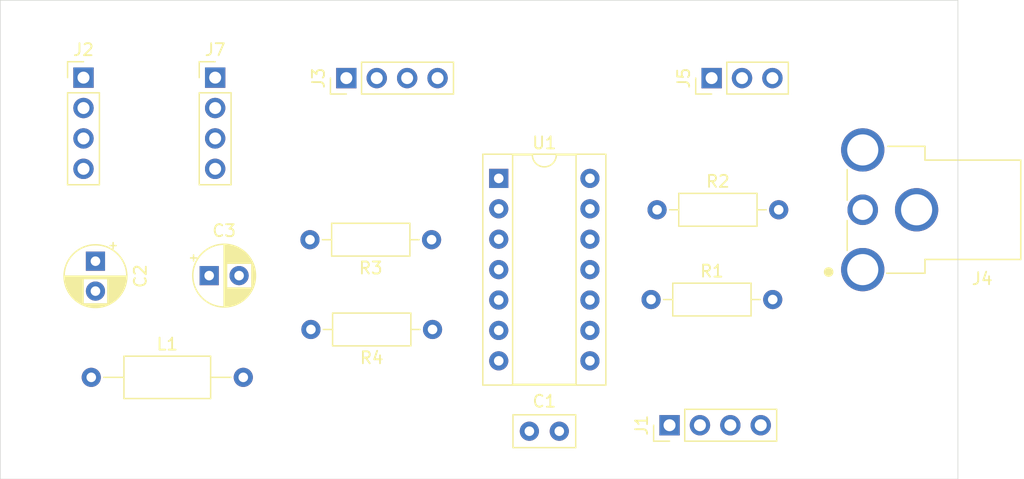
<source format=kicad_pcb>
(kicad_pcb (version 20240108) (generator "pcbnew") (generator_version "8.0")
  (layers (0 "F.Cu" signal) (31 "B.Cu" signal) (34 "B.Paste" user) (35 "F.Paste" user) (36 "B.SilkS" user "B.Silkscreen") (37 "F.SilkS" user "F.Silkscreen") (38 "B.Mask" user) (39 "F.Mask" user) (44 "Edge.Cuts" user))
  (net 0 "")
  (net 1 "+5V")
  (net 2 "GND")
  (net 3 "5V_IN")
  (net 4 "VIN")
  (net 5 "SIN")
  (net 6 "PCW_DAT")
  (net 7 "PCW_CLK")
  (net 8 "SOUT")
  (net 9 "VOUT")
  (net 10 "SEL1")
  (net 11 "COMP")
  (net 12 "Net-(U1-Pad1)")
  (net 13 "Net-(U1-Pad4)")
  (footprint "Capacitor_THT:CP_Radial_D5.0mm_P2.50mm" (layer "F.Cu") (at 32.45 37.5)
    (property "Reference" "C3" (at 1.25 -3.75 0) (layer "F.SilkS"))
    (property "Value" "1uF")
    (fp_line (start -1.554775 -1.475) (end -1.054775 -1.475) (stroke (width 0.12)) (layer "F.SilkS"))
    (fp_line (start -1.304775 -1.725) (end -1.304775 -1.225) (stroke (width 0.12)) (layer "F.SilkS"))
    (fp_line (start 1.25 -2.58) (end 1.25 2.58) (stroke (width 0.12)) (layer "F.SilkS"))
    (fp_line (start 1.29 -2.58) (end 1.29 2.58) (stroke (width 0.12)) (layer "F.SilkS"))
    (fp_line (start 1.33 -2.579) (end 1.33 2.579) (stroke (width 0.12)) (layer "F.SilkS"))
    (fp_line (start 1.37 -2.578) (end 1.37 2.578) (stroke (width 0.12)) (layer "F.SilkS"))
    (fp_line (start 1.41 -2.576) (end 1.41 2.576) (stroke (width 0.12)) (layer "F.SilkS"))
    (fp_line (start 1.45 -2.573) (end 1.45 2.573) (stroke (width 0.12)) (layer "F.SilkS"))
    (fp_line (start 1.49 -2.569) (end 1.49 -1.04) (stroke (width 0.12)) (layer "F.SilkS"))
    (fp_line (start 1.49 1.04) (end 1.49 2.569) (stroke (width 0.12)) (layer "F.SilkS"))
    (fp_line (start 1.53 -2.565) (end 1.53 -1.04) (stroke (width 0.12)) (layer "F.SilkS"))
    (fp_line (start 1.53 1.04) (end 1.53 2.565) (stroke (width 0.12)) (layer "F.SilkS"))
    (fp_line (start 1.57 -2.561) (end 1.57 -1.04) (stroke (width 0.12)) (layer "F.SilkS"))
    (fp_line (start 1.57 1.04) (end 1.57 2.561) (stroke (width 0.12)) (layer "F.SilkS"))
    (fp_line (start 1.61 -2.556) (end 1.61 -1.04) (stroke (width 0.12)) (layer "F.SilkS"))
    (fp_line (start 1.61 1.04) (end 1.61 2.556) (stroke (width 0.12)) (layer "F.SilkS"))
    (fp_line (start 1.65 -2.55) (end 1.65 -1.04) (stroke (width 0.12)) (layer "F.SilkS"))
    (fp_line (start 1.65 1.04) (end 1.65 2.55) (stroke (width 0.12)) (layer "F.SilkS"))
    (fp_line (start 1.69 -2.543) (end 1.69 -1.04) (stroke (width 0.12)) (layer "F.SilkS"))
    (fp_line (start 1.69 1.04) (end 1.69 2.543) (stroke (width 0.12)) (layer "F.SilkS"))
    (fp_line (start 1.73 -2.536) (end 1.73 -1.04) (stroke (width 0.12)) (layer "F.SilkS"))
    (fp_line (start 1.73 1.04) (end 1.73 2.536) (stroke (width 0.12)) (layer "F.SilkS"))
    (fp_line (start 1.77 -2.528) (end 1.77 -1.04) (stroke (width 0.12)) (layer "F.SilkS"))
    (fp_line (start 1.77 1.04) (end 1.77 2.528) (stroke (width 0.12)) (layer "F.SilkS"))
    (fp_line (start 1.81 -2.52) (end 1.81 -1.04) (stroke (width 0.12)) (layer "F.SilkS"))
    (fp_line (start 1.81 1.04) (end 1.81 2.52) (stroke (width 0.12)) (layer "F.SilkS"))
    (fp_line (start 1.85 -2.511) (end 1.85 -1.04) (stroke (width 0.12)) (layer "F.SilkS"))
    (fp_line (start 1.85 1.04) (end 1.85 2.511) (stroke (width 0.12)) (layer "F.SilkS"))
    (fp_line (start 1.89 -2.501) (end 1.89 -1.04) (stroke (width 0.12)) (layer "F.SilkS"))
    (fp_line (start 1.89 1.04) (end 1.89 2.501) (stroke (width 0.12)) (layer "F.SilkS"))
    (fp_line (start 1.93 -2.491) (end 1.93 -1.04) (stroke (width 0.12)) (layer "F.SilkS"))
    (fp_line (start 1.93 1.04) (end 1.93 2.491) (stroke (width 0.12)) (layer "F.SilkS"))
    (fp_line (start 1.971 -2.48) (end 1.971 -1.04) (stroke (width 0.12)) (layer "F.SilkS"))
    (fp_line (start 1.971 1.04) (end 1.971 2.48) (stroke (width 0.12)) (layer "F.SilkS"))
    (fp_line (start 2.011 -2.468) (end 2.011 -1.04) (stroke (width 0.12)) (layer "F.SilkS"))
    (fp_line (start 2.011 1.04) (end 2.011 2.468) (stroke (width 0.12)) (layer "F.SilkS"))
    (fp_line (start 2.051 -2.455) (end 2.051 -1.04) (stroke (width 0.12)) (layer "F.SilkS"))
    (fp_line (start 2.051 1.04) (end 2.051 2.455) (stroke (width 0.12)) (layer "F.SilkS"))
    (fp_line (start 2.091 -2.442) (end 2.091 -1.04) (stroke (width 0.12)) (layer "F.SilkS"))
    (fp_line (start 2.091 1.04) (end 2.091 2.442) (stroke (width 0.12)) (layer "F.SilkS"))
    (fp_line (start 2.131 -2.428) (end 2.131 -1.04) (stroke (width 0.12)) (layer "F.SilkS"))
    (fp_line (start 2.131 1.04) (end 2.131 2.428) (stroke (width 0.12)) (layer "F.SilkS"))
    (fp_line (start 2.171 -2.414) (end 2.171 -1.04) (stroke (width 0.12)) (layer "F.SilkS"))
    (fp_line (start 2.171 1.04) (end 2.171 2.414) (stroke (width 0.12)) (layer "F.SilkS"))
    (fp_line (start 2.211 -2.398) (end 2.211 -1.04) (stroke (width 0.12)) (layer "F.SilkS"))
    (fp_line (start 2.211 1.04) (end 2.211 2.398) (stroke (width 0.12)) (layer "F.SilkS"))
    (fp_line (start 2.251 -2.382) (end 2.251 -1.04) (stroke (width 0.12)) (layer "F.SilkS"))
    (fp_line (start 2.251 1.04) (end 2.251 2.382) (stroke (width 0.12)) (layer "F.SilkS"))
    (fp_line (start 2.291 -2.365) (end 2.291 -1.04) (stroke (width 0.12)) (layer "F.SilkS"))
    (fp_line (start 2.291 1.04) (end 2.291 2.365) (stroke (width 0.12)) (layer "F.SilkS"))
    (fp_line (start 2.331 -2.348) (end 2.331 -1.04) (stroke (width 0.12)) (layer "F.SilkS"))
    (fp_line (start 2.331 1.04) (end 2.331 2.348) (stroke (width 0.12)) (layer "F.SilkS"))
    (fp_line (start 2.371 -2.329) (end 2.371 -1.04) (stroke (width 0.12)) (layer "F.SilkS"))
    (fp_line (start 2.371 1.04) (end 2.371 2.329) (stroke (width 0.12)) (layer "F.SilkS"))
    (fp_line (start 2.411 -2.31) (end 2.411 -1.04) (stroke (width 0.12)) (layer "F.SilkS"))
    (fp_line (start 2.411 1.04) (end 2.411 2.31) (stroke (width 0.12)) (layer "F.SilkS"))
    (fp_line (start 2.451 -2.29) (end 2.451 -1.04) (stroke (width 0.12)) (layer "F.SilkS"))
    (fp_line (start 2.451 1.04) (end 2.451 2.29) (stroke (width 0.12)) (layer "F.SilkS"))
    (fp_line (start 2.491 -2.268) (end 2.491 -1.04) (stroke (width 0.12)) (layer "F.SilkS"))
    (fp_line (start 2.491 1.04) (end 2.491 2.268) (stroke (width 0.12)) (layer "F.SilkS"))
    (fp_line (start 2.531 -2.247) (end 2.531 -1.04) (stroke (width 0.12)) (layer "F.SilkS"))
    (fp_line (start 2.531 1.04) (end 2.531 2.247) (stroke (width 0.12)) (layer "F.SilkS"))
    (fp_line (start 2.571 -2.224) (end 2.571 -1.04) (stroke (width 0.12)) (layer "F.SilkS"))
    (fp_line (start 2.571 1.04) (end 2.571 2.224) (stroke (width 0.12)) (layer "F.SilkS"))
    (fp_line (start 2.611 -2.2) (end 2.611 -1.04) (stroke (width 0.12)) (layer "F.SilkS"))
    (fp_line (start 2.611 1.04) (end 2.611 2.2) (stroke (width 0.12)) (layer "F.SilkS"))
    (fp_line (start 2.651 -2.175) (end 2.651 -1.04) (stroke (width 0.12)) (layer "F.SilkS"))
    (fp_line (start 2.651 1.04) (end 2.651 2.175) (stroke (width 0.12)) (layer "F.SilkS"))
    (fp_line (start 2.691 -2.149) (end 2.691 -1.04) (stroke (width 0.12)) (layer "F.SilkS"))
    (fp_line (start 2.691 1.04) (end 2.691 2.149) (stroke (width 0.12)) (layer "F.SilkS"))
    (fp_line (start 2.731 -2.122) (end 2.731 -1.04) (stroke (width 0.12)) (layer "F.SilkS"))
    (fp_line (start 2.731 1.04) (end 2.731 2.122) (stroke (width 0.12)) (layer "F.SilkS"))
    (fp_line (start 2.771 -2.095) (end 2.771 -1.04) (stroke (width 0.12)) (layer "F.SilkS"))
    (fp_line (start 2.771 1.04) (end 2.771 2.095) (stroke (width 0.12)) (layer "F.SilkS"))
    (fp_line (start 2.811 -2.065) (end 2.811 -1.04) (stroke (width 0.12)) (layer "F.SilkS"))
    (fp_line (start 2.811 1.04) (end 2.811 2.065) (stroke (width 0.12)) (layer "F.SilkS"))
    (fp_line (start 2.851 -2.035) (end 2.851 -1.04) (stroke (width 0.12)) (layer "F.SilkS"))
    (fp_line (start 2.851 1.04) (end 2.851 2.035) (stroke (width 0.12)) (layer "F.SilkS"))
    (fp_line (start 2.891 -2.004) (end 2.891 -1.04) (stroke (width 0.12)) (layer "F.SilkS"))
    (fp_line (start 2.891 1.04) (end 2.891 2.004) (stroke (width 0.12)) (layer "F.SilkS"))
    (fp_line (start 2.931 -1.971) (end 2.931 -1.04) (stroke (width 0.12)) (layer "F.SilkS"))
    (fp_line (start 2.931 1.04) (end 2.931 1.971) (stroke (width 0.12)) (layer "F.SilkS"))
    (fp_line (start 2.971 -1.937) (end 2.971 -1.04) (stroke (width 0.12)) (layer "F.SilkS"))
    (fp_line (start 2.971 1.04) (end 2.971 1.937) (stroke (width 0.12)) (layer "F.SilkS"))
    (fp_line (start 3.011 -1.901) (end 3.011 -1.04) (stroke (width 0.12)) (layer "F.SilkS"))
    (fp_line (start 3.011 1.04) (end 3.011 1.901) (stroke (width 0.12)) (layer "F.SilkS"))
    (fp_line (start 3.051 -1.864) (end 3.051 -1.04) (stroke (width 0.12)) (layer "F.SilkS"))
    (fp_line (start 3.051 1.04) (end 3.051 1.864) (stroke (width 0.12)) (layer "F.SilkS"))
    (fp_line (start 3.091 -1.826) (end 3.091 -1.04) (stroke (width 0.12)) (layer "F.SilkS"))
    (fp_line (start 3.091 1.04) (end 3.091 1.826) (stroke (width 0.12)) (layer "F.SilkS"))
    (fp_line (start 3.131 -1.785) (end 3.131 -1.04) (stroke (width 0.12)) (layer "F.SilkS"))
    (fp_line (start 3.131 1.04) (end 3.131 1.785) (stroke (width 0.12)) (layer "F.SilkS"))
    (fp_line (start 3.171 -1.743) (end 3.171 -1.04) (stroke (width 0.12)) (layer "F.SilkS"))
    (fp_line (start 3.171 1.04) (end 3.171 1.743) (stroke (width 0.12)) (layer "F.SilkS"))
    (fp_line (start 3.211 -1.699) (end 3.211 -1.04) (stroke (width 0.12)) (layer "F.SilkS"))
    (fp_line (start 3.211 1.04) (end 3.211 1.699) (stroke (width 0.12)) (layer "F.SilkS"))
    (fp_line (start 3.251 -1.653) (end 3.251 -1.04) (stroke (width 0.12)) (layer "F.SilkS"))
    (fp_line (start 3.251 1.04) (end 3.251 1.653) (stroke (width 0.12)) (layer "F.SilkS"))
    (fp_line (start 3.291 -1.605) (end 3.291 -1.04) (stroke (width 0.12)) (layer "F.SilkS"))
    (fp_line (start 3.291 1.04) (end 3.291 1.605) (stroke (width 0.12)) (layer "F.SilkS"))
    (fp_line (start 3.331 -1.554) (end 3.331 -1.04) (stroke (width 0.12)) (layer "F.SilkS"))
    (fp_line (start 3.331 1.04) (end 3.331 1.554) (stroke (width 0.12)) (layer "F.SilkS"))
    (fp_line (start 3.371 -1.5) (end 3.371 -1.04) (stroke (width 0.12)) (layer "F.SilkS"))
    (fp_line (start 3.371 1.04) (end 3.371 1.5) (stroke (width 0.12)) (layer "F.SilkS"))
    (fp_line (start 3.411 -1.443) (end 3.411 -1.04) (stroke (width 0.12)) (layer "F.SilkS"))
    (fp_line (start 3.411 1.04) (end 3.411 1.443) (stroke (width 0.12)) (layer "F.SilkS"))
    (fp_line (start 3.451 -1.383) (end 3.451 -1.04) (stroke (width 0.12)) (layer "F.SilkS"))
    (fp_line (start 3.451 1.04) (end 3.451 1.383) (stroke (width 0.12)) (layer "F.SilkS"))
    (fp_line (start 3.491 -1.319) (end 3.491 -1.04) (stroke (width 0.12)) (layer "F.SilkS"))
    (fp_line (start 3.491 1.04) (end 3.491 1.319) (stroke (width 0.12)) (layer "F.SilkS"))
    (fp_line (start 3.531 -1.251) (end 3.531 -1.04) (stroke (width 0.12)) (layer "F.SilkS"))
    (fp_line (start 3.531 1.04) (end 3.531 1.251) (stroke (width 0.12)) (layer "F.SilkS"))
    (fp_line (start 3.571 -1.178) (end 3.571 1.178) (stroke (width 0.12)) (layer "F.SilkS"))
    (fp_line (start 3.611 -1.098) (end 3.611 1.098) (stroke (width 0.12)) (layer "F.SilkS"))
    (fp_line (start 3.651 -1.011) (end 3.651 1.011) (stroke (width 0.12)) (layer "F.SilkS"))
    (fp_line (start 3.691 -0.915) (end 3.691 0.915) (stroke (width 0.12)) (layer "F.SilkS"))
    (fp_line (start 3.731 -0.805) (end 3.731 0.805) (stroke (width 0.12)) (layer "F.SilkS"))
    (fp_line (start 3.771 -0.677) (end 3.771 0.677) (stroke (width 0.12)) (layer "F.SilkS"))
    (fp_line (start 3.811 -0.518) (end 3.811 0.518) (stroke (width 0.12)) (layer "F.SilkS"))
    (fp_line (start 3.851 -0.284) (end 3.851 0.284) (stroke (width 0.12)) (layer "F.SilkS"))
    (fp_circle (center 1.25 0) (end 3.87 0) (stroke (width 0.12)) (fill none) (layer "F.SilkS"))
    (pad "1" thru_hole rect (at 0 0) (size 1.6 1.6) (drill 0.8) (layers "*.Cu" "*.Mask") (net 1 "+5V"))
    (pad "2" thru_hole circle (at 2.5 0) (size 1.6 1.6) (drill 0.8) (layers "*.Cu" "*.Mask") (net 2 "GND"))
  )
  (footprint "Connector_PinHeader_2.54mm:PinHeader_1x03_P2.54mm_Vertical" (layer "F.Cu") (at 74.425 21 90)
    (property "Reference" "J5" (at 0 -2.33 90) (layer "F.SilkS"))
    (property "Value" "video config")
    (fp_line (start -1.33 -1.33) (end 0 -1.33) (stroke (width 0.12)) (layer "F.SilkS"))
    (fp_line (start -1.33 0) (end -1.33 -1.33) (stroke (width 0.12)) (layer "F.SilkS"))
    (fp_line (start 1.33 1.27) (end 1.33 6.41) (stroke (width 0.12)) (layer "F.SilkS"))
    (fp_line (start -1.33 1.27) (end 1.33 1.27) (stroke (width 0.12)) (layer "F.SilkS"))
    (fp_line (start -1.33 1.27) (end -1.33 6.41) (stroke (width 0.12)) (layer "F.SilkS"))
    (fp_line (start -1.33 6.41) (end 1.33 6.41) (stroke (width 0.12)) (layer "F.SilkS"))
    (pad "1" thru_hole rect (at 0 0 90) (size 1.7 1.7) (drill 1) (layers "*.Cu" "*.Mask") (net 1 "+5V"))
    (pad "2" thru_hole oval (at 0 2.54 90) (size 1.7 1.7) (drill 1) (layers "*.Cu" "*.Mask") (net 10 "SEL1"))
    (pad "3" thru_hole oval (at 0 5.08 90) (size 1.7 1.7) (drill 1) (layers "*.Cu" "*.Mask") (net 2 "GND"))
  )
  (footprint "Capacitor_THT:C_Disc_D5.0mm_W2.5mm_P2.50mm" (layer "F.Cu") (at 59.2 50.5)
    (property "Reference" "C1" (at 1.25 -2.5 0) (layer "F.SilkS"))
    (property "Value" "0.1uF")
    (fp_line (start -1.37 -1.37) (end -1.37 1.37) (stroke (width 0.12)) (layer "F.SilkS"))
    (fp_line (start -1.37 -1.37) (end 3.87 -1.37) (stroke (width 0.12)) (layer "F.SilkS"))
    (fp_line (start -1.37 1.37) (end 3.87 1.37) (stroke (width 0.12)) (layer "F.SilkS"))
    (fp_line (start 3.87 -1.37) (end 3.87 1.37) (stroke (width 0.12)) (layer "F.SilkS"))
    (pad "1" thru_hole circle (at 0 0) (size 1.6 1.6) (drill 0.8) (layers "*.Cu" "*.Mask") (net 1 "+5V"))
    (pad "2" thru_hole circle (at 2.5 0) (size 1.6 1.6) (drill 0.8) (layers "*.Cu" "*.Mask") (net 2 "GND"))
  )
  (footprint "Resistor_THT:R_Axial_DIN0207_L6.3mm_D2.5mm_P10.16mm_Horizontal" (layer "F.Cu") (at 51.03 34.5 180)
    (property "Reference" "R3" (at 5.08 -2.37 0) (layer "F.SilkS"))
    (property "Value" "470")
    (fp_line (start 9.12 0) (end 8.35 0) (stroke (width 0.12)) (layer "F.SilkS"))
    (fp_line (start 8.35 1.37) (end 8.35 -1.37) (stroke (width 0.12)) (layer "F.SilkS"))
    (fp_line (start 8.35 -1.37) (end 1.81 -1.37) (stroke (width 0.12)) (layer "F.SilkS"))
    (fp_line (start 1.81 1.37) (end 8.35 1.37) (stroke (width 0.12)) (layer "F.SilkS"))
    (fp_line (start 1.81 -1.37) (end 1.81 1.37) (stroke (width 0.12)) (layer "F.SilkS"))
    (fp_line (start 1.04 0) (end 1.81 0) (stroke (width 0.12)) (layer "F.SilkS"))
    (pad "1" thru_hole circle (at 0 0 180) (size 1.6 1.6) (drill 0.8) (layers "*.Cu" "*.Mask") (net 9 "VOUT"))
    (pad "2" thru_hole oval (at 10.16 0 180) (size 1.6 1.6) (drill 0.8) (layers "*.Cu" "*.Mask") (net 11 "COMP"))
  )
  (footprint "Resistor_THT:R_Axial_DIN0207_L6.3mm_D2.5mm_P10.16mm_Horizontal" (layer "F.Cu") (at 69.87 32)
    (property "Reference" "R2" (at 5.08 -2.37 0) (layer "F.SilkS"))
    (property "Value" "5.6k")
    (fp_line (start 1.04 0) (end 1.81 0) (stroke (width 0.12)) (layer "F.SilkS"))
    (fp_line (start 1.81 -1.37) (end 1.81 1.37) (stroke (width 0.12)) (layer "F.SilkS"))
    (fp_line (start 1.81 1.37) (end 8.35 1.37) (stroke (width 0.12)) (layer "F.SilkS"))
    (fp_line (start 8.35 -1.37) (end 1.81 -1.37) (stroke (width 0.12)) (layer "F.SilkS"))
    (fp_line (start 8.35 1.37) (end 8.35 -1.37) (stroke (width 0.12)) (layer "F.SilkS"))
    (fp_line (start 9.12 0) (end 8.35 0) (stroke (width 0.12)) (layer "F.SilkS"))
    (pad "1" thru_hole circle (at 0 0) (size 1.6 1.6) (drill 0.8) (layers "*.Cu" "*.Mask") (net 4 "VIN"))
    (pad "2" thru_hole oval (at 10.16 0) (size 1.6 1.6) (drill 0.8) (layers "*.Cu" "*.Mask") (net 2 "GND"))
  )
  (footprint "Connector_PinHeader_2.54mm:PinHeader_1x04_P2.54mm_Vertical" (layer "F.Cu") (at 21.95 20.96)
    (property "Reference" "J2" (at 0 -2.33 0) (layer "F.SilkS"))
    (property "Value" "keyboard in")
    (fp_line (start -1.33 -1.33) (end 0 -1.33) (stroke (width 0.12)) (layer "F.SilkS"))
    (fp_line (start -1.33 0) (end -1.33 -1.33) (stroke (width 0.12)) (layer "F.SilkS"))
    (fp_line (start -1.33 1.27) (end -1.33 8.95) (stroke (width 0.12)) (layer "F.SilkS"))
    (fp_line (start -1.33 1.27) (end 1.33 1.27) (stroke (width 0.12)) (layer "F.SilkS"))
    (fp_line (start -1.33 8.95) (end 1.33 8.95) (stroke (width 0.12)) (layer "F.SilkS"))
    (fp_line (start 1.33 1.27) (end 1.33 8.95) (stroke (width 0.12)) (layer "F.SilkS"))
    (pad "1" thru_hole rect (at 0 0) (size 1.7 1.7) (drill 1) (layers "*.Cu" "*.Mask") (net 2 "GND"))
    (pad "2" thru_hole oval (at 0 2.54) (size 1.7 1.7) (drill 1) (layers "*.Cu" "*.Mask") (net 3 "5V_IN"))
    (pad "3" thru_hole oval (at 0 5.08) (size 1.7 1.7) (drill 1) (layers "*.Cu" "*.Mask") (net 6 "PCW_DAT"))
    (pad "4" thru_hole oval (at 0 7.62) (size 1.7 1.7) (drill 1) (layers "*.Cu" "*.Mask") (net 7 "PCW_CLK"))
  )
  (footprint "Resistor_THT:R_Axial_DIN0207_L6.3mm_D2.5mm_P10.16mm_Horizontal" (layer "F.Cu") (at 51.11 42 180)
    (property "Reference" "R4" (at 5.08 -2.37 0) (layer "F.SilkS"))
    (property "Value" "1k")
    (fp_line (start 9.12 0) (end 8.35 0) (stroke (width 0.12)) (layer "F.SilkS"))
    (fp_line (start 8.35 1.37) (end 8.35 -1.37) (stroke (width 0.12)) (layer "F.SilkS"))
    (fp_line (start 8.35 -1.37) (end 1.81 -1.37) (stroke (width 0.12)) (layer "F.SilkS"))
    (fp_line (start 1.81 1.37) (end 8.35 1.37) (stroke (width 0.12)) (layer "F.SilkS"))
    (fp_line (start 1.81 -1.37) (end 1.81 1.37) (stroke (width 0.12)) (layer "F.SilkS"))
    (fp_line (start 1.04 0) (end 1.81 0) (stroke (width 0.12)) (layer "F.SilkS"))
    (pad "1" thru_hole circle (at 0 0 180) (size 1.6 1.6) (drill 0.8) (layers "*.Cu" "*.Mask") (net 8 "SOUT"))
    (pad "2" thru_hole oval (at 10.16 0 180) (size 1.6 1.6) (drill 0.8) (layers "*.Cu" "*.Mask") (net 11 "COMP"))
  )
  (footprint "Connector_PinHeader_2.54mm:PinHeader_1x04_P2.54mm_Vertical" (layer "F.Cu") (at 32.95 20.96)
    (property "Reference" "J7" (at 0 -2.33 0) (layer "F.SilkS"))
    (property "Value" "keyboard out")
    (fp_line (start -1.33 -1.33) (end 0 -1.33) (stroke (width 0.12)) (layer "F.SilkS"))
    (fp_line (start -1.33 0) (end -1.33 -1.33) (stroke (width 0.12)) (layer "F.SilkS"))
    (fp_line (start -1.33 1.27) (end -1.33 8.95) (stroke (width 0.12)) (layer "F.SilkS"))
    (fp_line (start -1.33 1.27) (end 1.33 1.27) (stroke (width 0.12)) (layer "F.SilkS"))
    (fp_line (start -1.33 8.95) (end 1.33 8.95) (stroke (width 0.12)) (layer "F.SilkS"))
    (fp_line (start 1.33 1.27) (end 1.33 8.95) (stroke (width 0.12)) (layer "F.SilkS"))
    (pad "1" thru_hole rect (at 0 0) (size 1.7 1.7) (drill 1) (layers "*.Cu" "*.Mask") (net 2 "GND"))
    (pad "2" thru_hole oval (at 0 2.54) (size 1.7 1.7) (drill 1) (layers "*.Cu" "*.Mask") (net 1 "+5V"))
    (pad "3" thru_hole oval (at 0 5.08) (size 1.7 1.7) (drill 1) (layers "*.Cu" "*.Mask") (net 6 "PCW_DAT"))
    (pad "4" thru_hole oval (at 0 7.62) (size 1.7 1.7) (drill 1) (layers "*.Cu" "*.Mask") (net 7 "PCW_CLK"))
  )
  (footprint "Resistor_THT:R_Axial_DIN0207_L6.3mm_D2.5mm_P10.16mm_Horizontal" (layer "F.Cu") (at 69.37 39.5)
    (property "Reference" "R1" (at 5.08 -2.37 0) (layer "F.SilkS"))
    (property "Value" "5.6k")
    (fp_line (start 1.04 0) (end 1.81 0) (stroke (width 0.12)) (layer "F.SilkS"))
    (fp_line (start 1.81 -1.37) (end 1.81 1.37) (stroke (width 0.12)) (layer "F.SilkS"))
    (fp_line (start 1.81 1.37) (end 8.35 1.37) (stroke (width 0.12)) (layer "F.SilkS"))
    (fp_line (start 8.35 -1.37) (end 1.81 -1.37) (stroke (width 0.12)) (layer "F.SilkS"))
    (fp_line (start 8.35 1.37) (end 8.35 -1.37) (stroke (width 0.12)) (layer "F.SilkS"))
    (fp_line (start 9.12 0) (end 8.35 0) (stroke (width 0.12)) (layer "F.SilkS"))
    (pad "1" thru_hole circle (at 0 0) (size 1.6 1.6) (drill 0.8) (layers "*.Cu" "*.Mask") (net 5 "SIN"))
    (pad "2" thru_hole oval (at 10.16 0) (size 1.6 1.6) (drill 0.8) (layers "*.Cu" "*.Mask") (net 10 "SEL1"))
  )
  (footprint "RCJ:CUI_RCJ-017" (layer "F.Cu") (at 93 32 180)
    (property "Reference" "J4" (at -4.030465 -5.762825 360) (layer "F.SilkS") (effects (font (size 1.001362 1.001362))))
    (property "Value" "composite out")
    (fp_line (start 7.25 3.35) (end 7.25 0.8) (stroke (width 0.127)) (layer "F.SilkS"))
    (fp_line (start 7.25 -0.9) (end 7.25 -3.4) (stroke (width 0.127)) (layer "F.SilkS"))
    (fp_line (start 3.95 -5.3) (end 0.75 -5.3) (stroke (width 0.127)) (layer "F.SilkS"))
    (fp_line (start 0.75 5.3) (end 3.85 5.3) (stroke (width 0.127)) (layer "F.SilkS"))
    (fp_line (start 0.75 4.15) (end 0.75 5.3) (stroke (width 0.127)) (layer "F.SilkS"))
    (fp_line (start 0.75 -4.15) (end -7.25 -4.15) (stroke (width 0.127)) (layer "F.SilkS"))
    (fp_line (start 0.75 -5.3) (end 0.75 -4.15) (stroke (width 0.127)) (layer "F.SilkS"))
    (fp_line (start -7.25 4.15) (end 0.75 4.15) (stroke (width 0.127)) (layer "F.SilkS"))
    (fp_line (start -7.25 -4.15) (end -7.25 4.15) (stroke (width 0.127)) (layer "F.SilkS"))
    (fp_circle (center 8.8 -5.2) (end 9 -5.2) (stroke (width 0.4)) (fill none) (layer "F.SilkS"))
    (pad "1A" thru_hole circle (at 5.95 -5 180) (size 3.616 3.616) (drill 2.6) (layers "*.Cu" "*.Mask"))
    (pad "1B" thru_hole circle (at 5.95 5 180) (size 3.616 3.616) (drill 2.6) (layers "*.Cu" "*.Mask"))
    (pad "1C" thru_hole circle (at 1.45 0 180) (size 3.616 3.616) (drill 2.6) (layers "*.Cu" "*.Mask"))
    (pad "2" thru_hole circle (at 5.95 0 180) (size 2.55 2.55) (drill 1.7) (layers "*.Cu" "*.Mask") (net 2 "GND"))
  )
  (footprint "Connector_PinHeader_2.54mm:PinHeader_1x04_P2.54mm_Vertical" (layer "F.Cu") (at 70.91 50 90)
    (property "Reference" "J1" (at 0 -2.33 90) (layer "F.SilkS"))
    (property "Value" "video in")
    (fp_line (start -1.33 -1.33) (end 0 -1.33) (stroke (width 0.12)) (layer "F.SilkS"))
    (fp_line (start -1.33 0) (end -1.33 -1.33) (stroke (width 0.12)) (layer "F.SilkS"))
    (fp_line (start 1.33 1.27) (end 1.33 8.95) (stroke (width 0.12)) (layer "F.SilkS"))
    (fp_line (start -1.33 1.27) (end 1.33 1.27) (stroke (width 0.12)) (layer "F.SilkS"))
    (fp_line (start -1.33 1.27) (end -1.33 8.95) (stroke (width 0.12)) (layer "F.SilkS"))
    (fp_line (start -1.33 8.95) (end 1.33 8.95) (stroke (width 0.12)) (layer "F.SilkS"))
    (pad "1" thru_hole rect (at 0 0 90) (size 1.7 1.7) (drill 1) (layers "*.Cu" "*.Mask") (net 5 "SIN"))
    (pad "2" thru_hole oval (at 0 2.54 90) (size 1.7 1.7) (drill 1) (layers "*.Cu" "*.Mask") (net 2 "GND"))
    (pad "3" thru_hole oval (at 0 5.08 90) (size 1.7 1.7) (drill 1) (layers "*.Cu" "*.Mask") (net 4 "VIN"))
    (pad "4" thru_hole oval (at 0 7.62 90) (size 1.7 1.7) (drill 1) (layers "*.Cu" "*.Mask") (net 2 "GND"))
  )
  (footprint "Connector_PinHeader_2.54mm:PinHeader_1x04_P2.54mm_Vertical" (layer "F.Cu") (at 43.91 21 90)
    (property "Reference" "J3" (at 0 -2.33 90) (layer "F.SilkS"))
    (property "Value" "video out")
    (fp_line (start -1.33 -1.33) (end 0 -1.33) (stroke (width 0.12)) (layer "F.SilkS"))
    (fp_line (start -1.33 0) (end -1.33 -1.33) (stroke (width 0.12)) (layer "F.SilkS"))
    (fp_line (start 1.33 1.27) (end 1.33 8.95) (stroke (width 0.12)) (layer "F.SilkS"))
    (fp_line (start -1.33 1.27) (end 1.33 1.27) (stroke (width 0.12)) (layer "F.SilkS"))
    (fp_line (start -1.33 1.27) (end -1.33 8.95) (stroke (width 0.12)) (layer "F.SilkS"))
    (fp_line (start -1.33 8.95) (end 1.33 8.95) (stroke (width 0.12)) (layer "F.SilkS"))
    (pad "1" thru_hole rect (at 0 0 90) (size 1.7 1.7) (drill 1) (layers "*.Cu" "*.Mask") (net 8 "SOUT"))
    (pad "2" thru_hole oval (at 0 2.54 90) (size 1.7 1.7) (drill 1) (layers "*.Cu" "*.Mask") (net 2 "GND"))
    (pad "3" thru_hole oval (at 0 5.08 90) (size 1.7 1.7) (drill 1) (layers "*.Cu" "*.Mask") (net 9 "VOUT"))
    (pad "4" thru_hole oval (at 0 7.62 90) (size 1.7 1.7) (drill 1) (layers "*.Cu" "*.Mask") (net 2 "GND"))
  )
  (footprint "Capacitor_THT:CP_Radial_D5.0mm_P2.50mm" (layer "F.Cu") (at 22.95 36.294888 -90)
    (property "Reference" "C2" (at 1.25 -3.75 90) (layer "F.SilkS"))
    (property "Value" "1uF")
    (fp_line (start 1.49 1.04) (end 1.49 2.569) (stroke (width 0.12)) (layer "F.SilkS"))
    (fp_line (start 1.53 1.04) (end 1.53 2.565) (stroke (width 0.12)) (layer "F.SilkS"))
    (fp_line (start 1.57 1.04) (end 1.57 2.561) (stroke (width 0.12)) (layer "F.SilkS"))
    (fp_line (start 1.61 1.04) (end 1.61 2.556) (stroke (width 0.12)) (layer "F.SilkS"))
    (fp_line (start 1.65 1.04) (end 1.65 2.55) (stroke (width 0.12)) (layer "F.SilkS"))
    (fp_line (start 1.69 1.04) (end 1.69 2.543) (stroke (width 0.12)) (layer "F.SilkS"))
    (fp_line (start 1.73 1.04) (end 1.73 2.536) (stroke (width 0.12)) (layer "F.SilkS"))
    (fp_line (start 1.77 1.04) (end 1.77 2.528) (stroke (width 0.12)) (layer "F.SilkS"))
    (fp_line (start 1.81 1.04) (end 1.81 2.52) (stroke (width 0.12)) (layer "F.SilkS"))
    (fp_line (start 1.85 1.04) (end 1.85 2.511) (stroke (width 0.12)) (layer "F.SilkS"))
    (fp_line (start 1.89 1.04) (end 1.89 2.501) (stroke (width 0.12)) (layer "F.SilkS"))
    (fp_line (start 1.93 1.04) (end 1.93 2.491) (stroke (width 0.12)) (layer "F.SilkS"))
    (fp_line (start 1.971 1.04) (end 1.971 2.48) (stroke (width 0.12)) (layer "F.SilkS"))
    (fp_line (start 2.011 1.04) (end 2.011 2.468) (stroke (width 0.12)) (layer "F.SilkS"))
    (fp_line (start 2.051 1.04) (end 2.051 2.455) (stroke (width 0.12)) (layer "F.SilkS"))
    (fp_line (start 2.091 1.04) (end 2.091 2.442) (stroke (width 0.12)) (layer "F.SilkS"))
    (fp_line (start 2.131 1.04) (end 2.131 2.428) (stroke (width 0.12)) (layer "F.SilkS"))
    (fp_line (start 2.171 1.04) (end 2.171 2.414) (stroke (width 0.12)) (layer "F.SilkS"))
    (fp_line (start 2.211 1.04) (end 2.211 2.398) (stroke (width 0.12)) (layer "F.SilkS"))
    (fp_line (start 2.251 1.04) (end 2.251 2.382) (stroke (width 0.12)) (layer "F.SilkS"))
    (fp_line (start 2.291 1.04) (end 2.291 2.365) (stroke (width 0.12)) (layer "F.SilkS"))
    (fp_line (start 2.331 1.04) (end 2.331 2.348) (stroke (width 0.12)) (layer "F.SilkS"))
    (fp_line (start 2.371 1.04) (end 2.371 2.329) (stroke (width 0.12)) (layer "F.SilkS"))
    (fp_line (start 2.411 1.04) (end 2.411 2.31) (stroke (width 0.12)) (layer "F.SilkS"))
    (fp_line (start 2.451 1.04) (end 2.451 2.29) (stroke (width 0.12)) (layer "F.SilkS"))
    (fp_line (start 2.491 1.04) (end 2.491 2.268) (stroke (width 0.12)) (layer "F.SilkS"))
    (fp_line (start 2.531 1.04) (end 2.531 2.247) (stroke (width 0.12)) (layer "F.SilkS"))
    (fp_line (start 2.571 1.04) (end 2.571 2.224) (stroke (width 0.12)) (layer "F.SilkS"))
    (fp_line (start 2.611 1.04) (end 2.611 2.2) (stroke (width 0.12)) (layer "F.SilkS"))
    (fp_line (start 2.651 1.04) (end 2.651 2.175) (stroke (width 0.12)) (layer "F.SilkS"))
    (fp_line (start 2.691 1.04) (end 2.691 2.149) (stroke (width 0.12)) (layer "F.SilkS"))
    (fp_line (start 2.731 1.04) (end 2.731 2.122) (stroke (width 0.12)) (layer "F.SilkS"))
    (fp_line (start 2.771 1.04) (end 2.771 2.095) (stroke (width 0.12)) (layer "F.SilkS"))
    (fp_line (start 2.811 1.04) (end 2.811 2.065) (stroke (width 0.12)) (layer "F.SilkS"))
    (fp_line (start 2.851 1.04) (end 2.851 2.035) (stroke (width 0.12)) (layer "F.SilkS"))
    (fp_line (start 2.891 1.04) (end 2.891 2.004) (stroke (width 0.12)) (layer "F.SilkS"))
    (fp_line (start 2.931 1.04) (end 2.931 1.971) (stroke (width 0.12)) (layer "F.SilkS"))
    (fp_line (start 2.971 1.04) (end 2.971 1.937) (stroke (width 0.12)) (layer "F.SilkS"))
    (fp_line (start 3.011 1.04) (end 3.011 1.901) (stroke (width 0.12)) (layer "F.SilkS"))
    (fp_line (start 3.051 1.04) (end 3.051 1.864) (stroke (width 0.12)) (layer "F.SilkS"))
    (fp_line (start 3.091 1.04) (end 3.091 1.826) (stroke (width 0.12)) (layer "F.SilkS"))
    (fp_line (start 3.131 1.04) (end 3.131 1.785) (stroke (width 0.12)) (layer "F.SilkS"))
    (fp_line (start 3.171 1.04) (end 3.171 1.743) (stroke (width 0.12)) (layer "F.SilkS"))
    (fp_line (start 3.211 1.04) (end 3.211 1.699) (stroke (width 0.12)) (layer "F.SilkS"))
    (fp_line (start 3.251 1.04) (end 3.251 1.653) (stroke (width 0.12)) (layer "F.SilkS"))
    (fp_line (start 3.291 1.04) (end 3.291 1.605) (stroke (width 0.12)) (layer "F.SilkS"))
    (fp_line (start 3.331 1.04) (end 3.331 1.554) (stroke (width 0.12)) (layer "F.SilkS"))
    (fp_line (start 3.371 1.04) (end 3.371 1.5) (stroke (width 0.12)) (layer "F.SilkS"))
    (fp_line (start 3.411 1.04) (end 3.411 1.443) (stroke (width 0.12)) (layer "F.SilkS"))
    (fp_line (start 3.451 1.04) (end 3.451 1.383) (stroke (width 0.12)) (layer "F.SilkS"))
    (fp_line (start 3.491 1.04) (end 3.491 1.319) (stroke (width 0.12)) (layer "F.SilkS"))
    (fp_line (start 3.531 1.04) (end 3.531 1.251) (stroke (width 0.12)) (layer "F.SilkS"))
    (fp_line (start 3.851 -0.284) (end 3.851 0.284) (stroke (width 0.12)) (layer "F.SilkS"))
    (fp_line (start 3.811 -0.518) (end 3.811 0.518) (stroke (width 0.12)) (layer "F.SilkS"))
    (fp_line (start 3.771 -0.677) (end 3.771 0.677) (stroke (width 0.12)) (layer "F.SilkS"))
    (fp_line (start 3.731 -0.805) (end 3.731 0.805) (stroke (width 0.12)) (layer "F.SilkS"))
    (fp_line (start 3.691 -0.915) (end 3.691 0.915) (stroke (width 0.12)) (layer "F.SilkS"))
    (fp_line (start 3.651 -1.011) (end 3.651 1.011) (stroke (width 0.12)) (layer "F.SilkS"))
    (fp_line (start 3.611 -1.098) (end 3.611 1.098) (stroke (width 0.12)) (layer "F.SilkS"))
    (fp_line (start 3.571 -1.178) (end 3.571 1.178) (stroke (width 0.12)) (layer "F.SilkS"))
    (fp_line (start 3.531 -1.251) (end 3.531 -1.04) (stroke (width 0.12)) (layer "F.SilkS"))
    (fp_line (start 3.491 -1.319) (end 3.491 -1.04) (stroke (width 0.12)) (layer "F.SilkS"))
    (fp_line (start 3.451 -1.383) (end 3.451 -1.04) (stroke (width 0.12)) (layer "F.SilkS"))
    (fp_line (start 3.411 -1.443) (end 3.411 -1.04) (stroke (width 0.12)) (layer "F.SilkS"))
    (fp_line (start -1.554775 -1.475) (end -1.054775 -1.475) (stroke (width 0.12)) (layer "F.SilkS"))
    (fp_line (start 3.371 -1.5) (end 3.371 -1.04) (stroke (width 0.12)) (layer "F.SilkS"))
    (fp_line (start 3.331 -1.554) (end 3.331 -1.04) (stroke (width 0.12)) (layer "F.SilkS"))
    (fp_line (start 3.291 -1.605) (end 3.291 -1.04) (stroke (width 0.12)) (layer "F.SilkS"))
    (fp_line (start 3.251 -1.653) (end 3.251 -1.04) (stroke (width 0.12)) (layer "F.SilkS"))
    (fp_line (start 3.211 -1.699) (end 3.211 -1.04) (stroke (width 0.12)) (layer "F.SilkS"))
    (fp_line (start -1.304775 -1.725) (end -1.304775 -1.225) (stroke (width 0.12)) (layer "F.SilkS"))
    (fp_line (start 3.171 -1.743) (end 3.171 -1.04) (stroke (width 0.12)) (layer "F.SilkS"))
    (fp_line (start 3.131 -1.785) (end 3.131 -1.04) (stroke (width 0.12)) (layer "F.SilkS"))
    (fp_line (start 3.091 -1.826) (end 3.091 -1.04) (stroke (width 0.12)) (layer "F.SilkS"))
    (fp_line (start 3.051 -1.864) (end 3.051 -1.04) (stroke (width 0.12)) (layer "F.SilkS"))
    (fp_line (start 3.011 -1.901) (end 3.011 -1.04) (stroke (width 0.12)) (layer "F.SilkS"))
    (fp_line (start 2.971 -1.937) (end 2.971 -1.04) (stroke (width 0.12)) (layer "F.SilkS"))
    (fp_line (start 2.931 -1.971) (end 2.931 -1.04) (stroke (width 0.12)) (layer "F.SilkS"))
    (fp_line (start 2.891 -2.004) (end 2.891 -1.04) (stroke (width 0.12)) (layer "F.SilkS"))
    (fp_line (start 2.851 -2.035) (end 2.851 -1.04) (stroke (width 0.12)) (layer "F.SilkS"))
    (fp_line (start 2.811 -2.065) (end 2.811 -1.04) (stroke (width 0.12)) (layer "F.SilkS"))
    (fp_line (start 2.771 -2.095) (end 2.771 -1.04) (stroke (width 0.12)) (layer "F.SilkS"))
    (fp_line (start 2.731 -2.122) (end 2.731 -1.04) (stroke (width 0.12)) (layer "F.SilkS"))
    (fp_line (start 2.691 -2.149) (end 2.691 -1.04) (stroke (width 0.12)) (layer "F.SilkS"))
    (fp_line (start 2.651 -2.175) (end 2.651 -1.04) (stroke (width 0.12)) (layer "F.SilkS"))
    (fp_line (start 2.611 -2.2) (end 2.611 -1.04) (stroke (width 0.12)) (layer "F.SilkS"))
    (fp_line (start 2.571 -2.224) (end 2.571 -1.04) (stroke (width 0.12)) (layer "F.SilkS"))
    (fp_line (start 2.531 -2.247) (end 2.531 -1.04) (stroke (width 0.12)) (layer "F.SilkS"))
    (fp_line (start 2.491 -2.268) (end 2.491 -1.04) (stroke (width 0.12)) (layer "F.SilkS"))
    (fp_line (start 2.451 -2.29) (end 2.451 -1.04) (stroke (width 0.12)) (layer "F.SilkS"))
    (fp_line (start 2.411 -2.31) (end 2.411 -1.04) (stroke (width 0.12)) (layer "F.SilkS"))
    (fp_line (start 2.371 -2.329) (end 2.371 -1.04) (stroke (width 0.12)) (layer "F.SilkS"))
    (fp_line (start 2.331 -2.348) (end 2.331 -1.04) (stroke (width 0.12)) (layer "F.SilkS"))
    (fp_line (start 2.291 -2.365) (end 2.291 -1.04) (stroke (width 0.12)) (layer "F.SilkS"))
    (fp_line (start 2.251 -2.382) (end 2.251 -1.04) (stroke (width 0.12)) (layer "F.SilkS"))
    (fp_line (start 2.211 -2.398) (end 2.211 -1.04) (stroke (width 0.12)) (layer "F.SilkS"))
    (fp_line (start 2.171 -2.414) (end 2.171 -1.04) (stroke (width 0.12)) (layer "F.SilkS"))
    (fp_line (start 2.131 -2.428) (end 2.131 -1.04) (stroke (width 0.12)) (layer "F.SilkS"))
    (fp_line (start 2.091 -2.442) (end 2.091 -1.04) (stroke (width 0.12)) (layer "F.SilkS"))
    (fp_line (start 2.051 -2.455) (end 2.051 -1.04) (stroke (width 0.12)) (layer "F.SilkS"))
    (fp_line (start 2.011 -2.468) (end 2.011 -1.04) (stroke (width 0.12)) (layer "F.SilkS"))
    (fp_line (start 1.971 -2.48) (end 1.971 -1.04) (stroke (width 0.12)) (layer "F.SilkS"))
    (fp_line (start 1.93 -2.491) (end 1.93 -1.04) (stroke (width 0.12)) (layer "F.SilkS"))
    (fp_line (start 1.89 -2.501) (end 1.89 -1.04) (stroke (width 0.12)) (layer "F.SilkS"))
    (fp_line (start 1.85 -2.511) (end 1.85 -1.04) (stroke (width 0.12)) (layer "F.SilkS"))
    (fp_line (start 1.81 -2.52) (end 1.81 -1.04) (stroke (width 0.12)) (layer "F.SilkS"))
    (fp_line (start 1.77 -2.528) (end 1.77 -1.04) (stroke (width 0.12)) (layer "F.SilkS"))
    (fp_line (start 1.73 -2.536) (end 1.73 -1.04) (stroke (width 0.12)) (layer "F.SilkS"))
    (fp_line (start 1.69 -2.543) (end 1.69 -1.04) (stroke (width 0.12)) (layer "F.SilkS"))
    (fp_line (start 1.65 -2.55) (end 1.65 -1.04) (stroke (width 0.12)) (layer "F.SilkS"))
    (fp_line (start 1.61 -2.556) (end 1.61 -1.04) (stroke (width 0.12)) (layer "F.SilkS"))
    (fp_line (start 1.57 -2.561) (end 1.57 -1.04) (stroke (width 0.12)) (layer "F.SilkS"))
    (fp_line (start 1.53 -2.565) (end 1.53 -1.04) (stroke (width 0.12)) (layer "F.SilkS"))
    (fp_line (start 1.49 -2.569) (end 1.49 -1.04) (stroke (width 0.12)) (layer "F.SilkS"))
    (fp_line (start 1.45 -2.573) (end 1.45 2.573) (stroke (width 0.12)) (layer "F.SilkS"))
    (fp_line (start 1.41 -2.576) (end 1.41 2.576) (stroke (width 0.12)) (layer "F.SilkS"))
    (fp_line (start 1.37 -2.578) (end 1.37 2.578) (stroke (width 0.12)) (layer "F.SilkS"))
    (fp_line (start 1.33 -2.579) (end 1.33 2.579) (stroke (width 0.12)) (layer "F.SilkS"))
    (fp_line (start 1.25 -2.58) (end 1.25 2.58) (stroke (width 0.12)) (layer "F.SilkS"))
    (fp_line (start 1.29 -2.58) (end 1.29 2.58) (stroke (width 0.12)) (layer "F.SilkS"))
    (fp_circle (center 1.25 0) (end 3.87 0) (stroke (width 0.12)) (fill none) (layer "F.SilkS"))
    (pad "1" thru_hole rect (at 0 0 270) (size 1.6 1.6) (drill 0.8) (layers "*.Cu" "*.Mask") (net 3 "5V_IN"))
    (pad "2" thru_hole circle (at 2.5 0 270) (size 1.6 1.6) (drill 0.8) (layers "*.Cu" "*.Mask") (net 2 "GND"))
  )
  (footprint "Package_DIP:CERDIP-14_W7.62mm_SideBrazed_Socket" (layer "F.Cu") (at 56.64 29.38)
    (property "Reference" "U1" (at 3.81 -2.965 0) (layer "F.SilkS"))
    (property "Value" "74HC00")
    (fp_line (start -1.33 -2.025) (end -1.33 17.265) (stroke (width 0.12)) (layer "F.SilkS"))
    (fp_line (start -1.33 17.265) (end 8.95 17.265) (stroke (width 0.12)) (layer "F.SilkS"))
    (fp_line (start 1.16 -1.965) (end 1.16 17.205) (stroke (width 0.12)) (layer "F.SilkS"))
    (fp_line (start 1.16 17.205) (end 6.46 17.205) (stroke (width 0.12)) (layer "F.SilkS"))
    (fp_line (start 2.81 -1.965) (end 1.16 -1.965) (stroke (width 0.12)) (layer "F.SilkS"))
    (fp_line (start 6.46 -1.965) (end 4.81 -1.965) (stroke (width 0.12)) (layer "F.SilkS"))
    (fp_line (start 6.46 17.205) (end 6.46 -1.965) (stroke (width 0.12)) (layer "F.SilkS"))
    (fp_line (start 8.95 -2.025) (end -1.33 -2.025) (stroke (width 0.12)) (layer "F.SilkS"))
    (fp_line (start 8.95 17.265) (end 8.95 -2.025) (stroke (width 0.12)) (layer "F.SilkS"))
    (fp_arc (start 4.81 -1.965) (mid 3.81 -0.965) (end 2.81 -1.965) (stroke (width 0.12)) (layer "F.SilkS"))
    (pad "1" thru_hole rect (at 0 0) (size 1.6 1.6) (drill 0.8) (layers "*.Cu" "*.Mask") (net 12 "Net-(U1-Pad1)"))
    (pad "2" thru_hole circle (at 0 2.54) (size 1.6 1.6) (drill 0.8) (layers "*.Cu" "*.Mask") (net 1 "+5V"))
    (pad "3" thru_hole circle (at 0 5.08) (size 1.6 1.6) (drill 0.8) (layers "*.Cu" "*.Mask") (net 9 "VOUT"))
    (pad "4" thru_hole circle (at 0 7.62) (size 1.6 1.6) (drill 0.8) (layers "*.Cu" "*.Mask") (net 13 "Net-(U1-Pad4)"))
    (pad "5" thru_hole circle (at 0 10.16) (size 1.6 1.6) (drill 0.8) (layers "*.Cu" "*.Mask") (net 1 "+5V"))
    (pad "6" thru_hole circle (at 0 12.7) (size 1.6 1.6) (drill 0.8) (layers "*.Cu" "*.Mask") (net 8 "SOUT"))
    (pad "7" thru_hole circle (at 0 15.24) (size 1.6 1.6) (drill 0.8) (layers "*.Cu" "*.Mask") (net 2 "GND"))
    (pad "8" thru_hole circle (at 7.62 15.24) (size 1.6 1.6) (drill 0.8) (layers "*.Cu" "*.Mask") (net 13 "Net-(U1-Pad4)"))
    (pad "9" thru_hole circle (at 7.62 12.7) (size 1.6 1.6) (drill 0.8) (layers "*.Cu" "*.Mask") (net 1 "+5V"))
    (pad "10" thru_hole circle (at 7.62 10.16) (size 1.6 1.6) (drill 0.8) (layers "*.Cu" "*.Mask") (net 5 "SIN"))
    (pad "11" thru_hole circle (at 7.62 7.62) (size 1.6 1.6) (drill 0.8) (layers "*.Cu" "*.Mask") (net 12 "Net-(U1-Pad1)"))
    (pad "12" thru_hole circle (at 7.62 5.08) (size 1.6 1.6) (drill 0.8) (layers "*.Cu" "*.Mask") (net 1 "+5V"))
    (pad "13" thru_hole circle (at 7.62 2.54) (size 1.6 1.6) (drill 0.8) (layers "*.Cu" "*.Mask") (net 4 "VIN"))
    (pad "14" thru_hole circle (at 7.62 0) (size 1.6 1.6) (drill 0.8) (layers "*.Cu" "*.Mask") (net 1 "+5V"))
  )
  (footprint "Inductor_THT:L_Axial_L7.0mm_D3.3mm_P12.70mm_Horizontal_Fastron_MICC" (layer "F.Cu") (at 22.6 46)
    (property "Reference" "L1" (at 6.35 -2.77 0) (layer "F.SilkS"))
    (property "Value" "100uH")
    (fp_line (start 1.04 0) (end 2.73 0) (stroke (width 0.12)) (layer "F.SilkS"))
    (fp_line (start 2.73 -1.77) (end 2.73 1.77) (stroke (width 0.12)) (layer "F.SilkS"))
    (fp_line (start 2.73 1.77) (end 9.97 1.77) (stroke (width 0.12)) (layer "F.SilkS"))
    (fp_line (start 9.97 -1.77) (end 2.73 -1.77) (stroke (width 0.12)) (layer "F.SilkS"))
    (fp_line (start 9.97 1.77) (end 9.97 -1.77) (stroke (width 0.12)) (layer "F.SilkS"))
    (fp_line (start 11.66 0) (end 9.97 0) (stroke (width 0.12)) (layer "F.SilkS"))
    (pad "1" thru_hole circle (at 0 0) (size 1.6 1.6) (drill 0.8) (layers "*.Cu" "*.Mask") (net 3 "5V_IN"))
    (pad "2" thru_hole oval (at 12.7 0) (size 1.6 1.6) (drill 0.8) (layers "*.Cu" "*.Mask") (net 1 "+5V"))
  )
  (gr_line (start 95 14.5) (end 95 54.5) (stroke (width 0.05)) (layer "Edge.Cuts"))
  (gr_line (start 15 54.5) (end 15 14.5) (stroke (width 0.05)) (layer "Edge.Cuts"))
  (gr_line (start 15 14.5) (end 95 14.5) (stroke (width 0.05)) (layer "Edge.Cuts"))
  (gr_line (start 95 54.5) (end 15 54.5) (stroke (width 0.05)) (layer "Edge.Cuts"))
)
</source>
